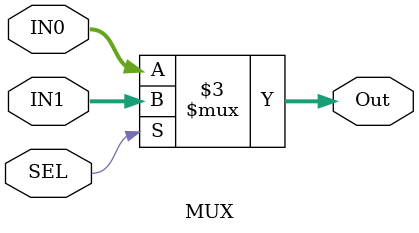
<source format=v>
module MUX #(
    parameter MUX_Width = 'd32
)
(
    input   wire  SEL,
    input   wire  [MUX_Width-1:0]  IN0,
    input   wire  [MUX_Width-1:0]  IN1,
    output  reg   [MUX_Width-1:0]  Out
);

always @(*) begin
    if(SEL) begin
        Out = IN1;
    end

    else  begin
        Out = IN0;
    end
end
    
endmodule
</source>
